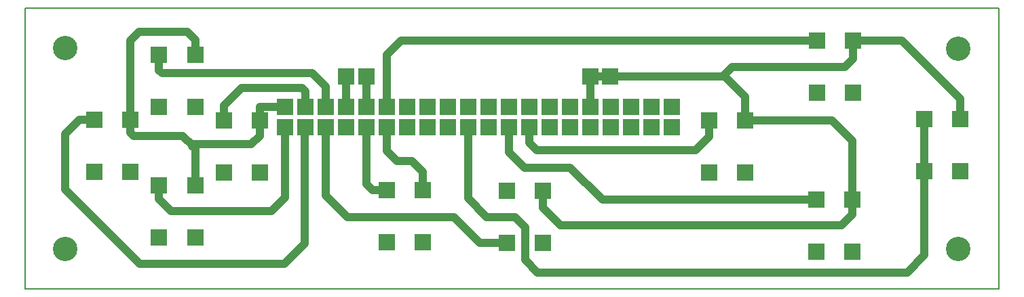
<source format=gbr>
G04 PROTEUS GERBER X2 FILE*
%TF.GenerationSoftware,Labcenter,Proteus,8.5-SP0-Build22067*%
%TF.CreationDate,2018-10-08T15:10:15+00:00*%
%TF.FileFunction,Copper,L16,Bot*%
%TF.FilePolarity,Positive*%
%TF.Part,Single*%
%FSLAX45Y45*%
%MOMM*%
G01*
%TA.AperFunction,Conductor*%
%ADD10C,1.000000*%
%TA.AperFunction,ComponentPad*%
%ADD11R,2.032000X2.032000*%
%ADD12R,2.000000X2.000000*%
%ADD13C,3.048000*%
%TA.AperFunction,Profile*%
%ADD14C,0.203200*%
D10*
X+4510000Y+2284000D02*
X+4510000Y+2933700D01*
X+4686300Y+3110000D01*
X+9880000Y+3110000D01*
X+7050000Y+2476500D02*
X+7050000Y+2284000D01*
X+4260000Y+2660000D02*
X+4260000Y+2384000D01*
X+4256000Y+2284000D01*
X+4000000Y+2660000D02*
X+4000000Y+2295289D01*
X+4002000Y+2284000D01*
X+7050000Y+2650000D02*
X+7050000Y+2476500D01*
X+7300000Y+2660000D02*
X+7050000Y+2660000D01*
X+7050000Y+2650000D01*
X+1310000Y+2120000D02*
X+1310000Y+3110000D01*
X+1420000Y+3220000D01*
X+2020000Y+3220000D01*
X+2120000Y+3120000D01*
X+2120000Y+2930000D01*
X+4256000Y+2030000D02*
X+4256000Y+1314000D01*
X+4330000Y+1240000D01*
X+4510000Y+1240000D01*
X+4510000Y+2030000D02*
X+4510000Y+1731801D01*
X+4641801Y+1600000D01*
X+4828199Y+1600000D01*
X+4960000Y+1468199D01*
X+4960000Y+1240000D01*
X+3494000Y+2477000D02*
X+3494000Y+2284000D01*
X+1310000Y+2120000D02*
X+1310000Y+1960000D01*
X+1350000Y+1920000D01*
X+1966200Y+1920000D01*
X+2095500Y+1790700D01*
X+1670000Y+2930000D02*
X+1670000Y+2740000D01*
X+1710000Y+2700000D01*
X+3580000Y+2700000D01*
X+3748000Y+2532000D01*
X+3748000Y+2284000D01*
X+11220000Y+2130000D02*
X+11220000Y+1480000D01*
X+11220000Y+424000D01*
X+11006000Y+210000D01*
X+6393812Y+210000D01*
X+6240000Y+363812D01*
X+6240000Y+770001D01*
X+6110001Y+900000D01*
X+5760000Y+900000D01*
X+5526000Y+1134000D01*
X+5526000Y+2030000D01*
X+8980000Y+2110000D02*
X+10066000Y+2110000D01*
X+10320000Y+1856000D01*
X+10320000Y+1120000D01*
X+10320000Y+935000D01*
X+10185000Y+800000D01*
X+6675000Y+800000D01*
X+6460000Y+1015000D01*
X+6460000Y+1230000D01*
X+9870000Y+1120000D02*
X+7200000Y+1120000D01*
X+6800000Y+1520000D01*
X+6230000Y+1520000D01*
X+6034000Y+1716000D01*
X+6034000Y+2030000D01*
X+8530000Y+2110000D02*
X+8530000Y+1910000D01*
X+8360000Y+1740000D01*
X+6383350Y+1740000D01*
X+6288000Y+1835350D01*
X+6288000Y+2030000D01*
X+860000Y+2120000D02*
X+680000Y+2120000D01*
X+500000Y+1940000D01*
X+500000Y+1250000D01*
X+1430000Y+320000D01*
X+3236000Y+320000D01*
X+3490000Y+574000D01*
X+3490000Y+1928400D01*
X+3494000Y+2030000D01*
X+10330000Y+3110000D02*
X+10940000Y+3110000D01*
X+11670000Y+2380000D01*
X+11670000Y+2130000D01*
X+6010000Y+580000D02*
X+5670000Y+580000D01*
X+5350000Y+900000D01*
X+4020000Y+900000D01*
X+3748000Y+1172000D01*
X+3748000Y+2030000D01*
X+8980000Y+2406000D02*
X+8980000Y+2110000D01*
X+7300000Y+2660000D02*
X+8700000Y+2660000D01*
X+8726000Y+2660000D01*
X+8980000Y+2406000D01*
X+10330000Y+3110000D02*
X+10330000Y+2880000D01*
X+10230000Y+2780000D01*
X+8820000Y+2780000D01*
X+8700000Y+2660000D01*
X+2930000Y+2110000D02*
X+2930000Y+2284000D01*
X+3240000Y+2284000D01*
X+2930000Y+2110000D02*
X+2930000Y+1920000D01*
X+2820700Y+1810700D01*
X+2095500Y+1810700D01*
X+2095500Y+1790700D01*
X+2480000Y+2110000D02*
X+2480000Y+2300000D01*
X+2700000Y+2520000D01*
X+3451000Y+2520000D01*
X+3494000Y+2477000D01*
X+2095500Y+1790700D02*
X+2085500Y+1790700D01*
X+2120000Y+1756200D01*
X+2120000Y+1300000D01*
X+1670000Y+1300000D02*
X+1670000Y+1130000D01*
X+1820000Y+980000D01*
X+3075500Y+980000D01*
X+3240000Y+1144500D01*
X+3240000Y+2030000D01*
D11*
X+3240000Y+2030000D03*
X+3494000Y+2030000D03*
X+3748000Y+2030000D03*
X+4002000Y+2030000D03*
X+4256000Y+2030000D03*
X+4510000Y+2030000D03*
X+4764000Y+2030000D03*
X+5018000Y+2030000D03*
X+5272000Y+2030000D03*
X+5526000Y+2030000D03*
X+5780000Y+2030000D03*
X+6034000Y+2030000D03*
X+6288000Y+2030000D03*
X+6542000Y+2030000D03*
X+6796000Y+2030000D03*
X+7050000Y+2030000D03*
X+7304000Y+2030000D03*
X+7558000Y+2030000D03*
X+7812000Y+2030000D03*
X+8066000Y+2030000D03*
X+8066000Y+2284000D03*
X+7812000Y+2284000D03*
X+7558000Y+2284000D03*
X+7304000Y+2284000D03*
D12*
X+7050000Y+2284000D03*
D11*
X+6796000Y+2284000D03*
X+6542000Y+2284000D03*
X+6288000Y+2284000D03*
X+6034000Y+2284000D03*
X+5780000Y+2284000D03*
X+5526000Y+2284000D03*
X+5272000Y+2284000D03*
X+5018000Y+2284000D03*
X+4764000Y+2284000D03*
X+4510000Y+2284000D03*
D12*
X+4256000Y+2284000D03*
D11*
X+4002000Y+2284000D03*
X+3748000Y+2284000D03*
X+3494000Y+2284000D03*
X+3240000Y+2284000D03*
X+1310000Y+2120000D03*
X+1310000Y+1470000D03*
X+860000Y+2120000D03*
X+860000Y+1470000D03*
X+2120000Y+2930000D03*
X+2120000Y+2280000D03*
X+1670000Y+2930000D03*
X+1670000Y+2280000D03*
X+2930000Y+2110000D03*
X+2930000Y+1460000D03*
X+2480000Y+2110000D03*
X+2480000Y+1460000D03*
X+2120000Y+1300000D03*
X+2120000Y+650000D03*
X+1670000Y+1300000D03*
X+1670000Y+650000D03*
X+4960000Y+1240000D03*
X+4960000Y+590000D03*
X+4510000Y+1240000D03*
X+4510000Y+590000D03*
X+6460000Y+1230000D03*
X+6460000Y+580000D03*
X+6010000Y+1230000D03*
X+6010000Y+580000D03*
X+8980000Y+2110000D03*
X+8980000Y+1460000D03*
X+8530000Y+2110000D03*
X+8530000Y+1460000D03*
X+10330000Y+3110000D03*
X+10330000Y+2460000D03*
X+9880000Y+3110000D03*
X+9880000Y+2460000D03*
X+11670000Y+2130000D03*
X+11670000Y+1480000D03*
X+11220000Y+2130000D03*
X+11220000Y+1480000D03*
X+10320000Y+1120000D03*
X+10320000Y+470000D03*
X+9870000Y+1120000D03*
X+9870000Y+470000D03*
D12*
X+4260000Y+2660000D03*
X+4000000Y+2660000D03*
X+7050000Y+2660000D03*
X+7300000Y+2660000D03*
D13*
X+500000Y+3020000D03*
X+500000Y+500000D03*
X+11640000Y+3010000D03*
X+11640000Y+500000D03*
D14*
X+0Y+0D02*
X+12150000Y+0D01*
X+12150000Y+3520000D01*
X+0Y+3520000D01*
X+0Y+0D01*
M02*

</source>
